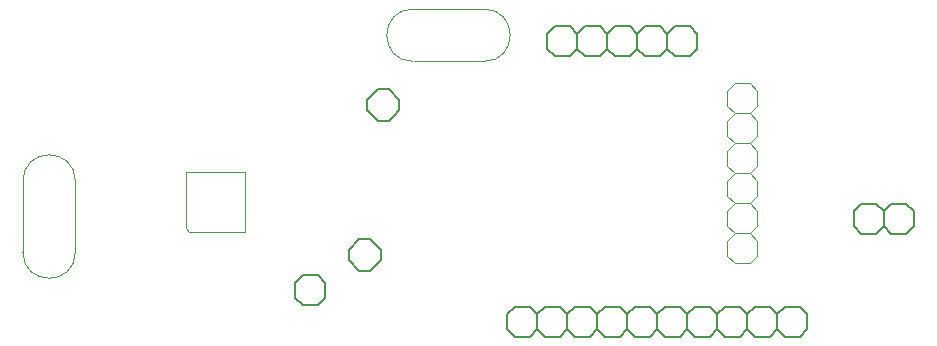
<source format=gbr>
%FSLAX34Y34*%
%MOMM*%
%LNCOPPER_BOTTOM*%
G71*
G01*
%ADD10C, 0.10*%
%ADD11C, 0.20*%
%LPD*%
G54D10*
X148112Y711108D02*
X144937Y713886D01*
X144937Y761114D01*
X194943Y761114D01*
X194943Y711108D01*
X148112Y711108D01*
G54D10*
X610060Y836688D02*
X603760Y830388D01*
X603760Y817588D01*
X610060Y811288D01*
X622860Y811288D01*
X629160Y817588D01*
X629160Y830388D01*
X622860Y836688D01*
X610060Y836688D01*
G54D10*
X610060Y811288D02*
X603760Y804988D01*
X603760Y792188D01*
X610060Y785888D01*
X622860Y785888D01*
X629160Y792188D01*
X629160Y804988D01*
X622860Y811288D01*
X610060Y811288D01*
G54D10*
X610060Y785888D02*
X603760Y779588D01*
X603760Y766788D01*
X610060Y760488D01*
X622860Y760488D01*
X629160Y766788D01*
X629160Y779588D01*
X622860Y785888D01*
X610060Y785888D01*
G54D10*
X610060Y760488D02*
X603760Y754188D01*
X603760Y741388D01*
X610060Y735088D01*
X622860Y735088D01*
X629160Y741388D01*
X629160Y754188D01*
X622860Y760488D01*
X610060Y760488D01*
G54D10*
X610060Y735088D02*
X603760Y728788D01*
X603760Y715988D01*
X610060Y709688D01*
X622860Y709688D01*
X629160Y715988D01*
X629160Y728788D01*
X622860Y735088D01*
X610060Y735088D01*
G54D10*
X610060Y709688D02*
X603760Y703388D01*
X603760Y690588D01*
X610060Y684288D01*
X622860Y684288D01*
X629160Y690588D01*
X629160Y703388D01*
X622860Y709688D01*
X610060Y709688D01*
G54D10*
X397719Y899511D02*
X337418Y899511D01*
G54D10*
G75*
G01X397619Y855111D02*
G03X397619Y899511I0J22200D01*
G01*
G54D10*
G75*
G01X337519Y899511D02*
G03X337519Y855111I0J-22200D01*
G01*
G54D10*
X398280Y855171D02*
X337980Y855171D01*
G54D11*
X480724Y647552D02*
X474324Y647552D01*
X468024Y641252D01*
X468024Y628452D01*
X474324Y622152D01*
X487124Y622152D01*
X493424Y628452D01*
X493424Y641252D01*
X487124Y647552D01*
X480724Y647552D01*
G54D11*
X506124Y647552D02*
X499724Y647552D01*
X493424Y641252D01*
X493424Y628452D01*
X499724Y622152D01*
X512524Y622152D01*
X518824Y628452D01*
X518824Y641252D01*
X512524Y647552D01*
X506124Y647552D01*
G54D11*
X531524Y647552D02*
X525124Y647552D01*
X518824Y641252D01*
X518824Y628452D01*
X525124Y622152D01*
X537924Y622152D01*
X544224Y628452D01*
X544224Y641252D01*
X537924Y647552D01*
X531524Y647552D01*
G54D11*
X556924Y647552D02*
X550524Y647552D01*
X544224Y641252D01*
X544224Y628452D01*
X550524Y622152D01*
X563324Y622152D01*
X569624Y628452D01*
X569624Y641252D01*
X563324Y647552D01*
X556924Y647552D01*
G54D11*
X582324Y647552D02*
X575924Y647552D01*
X569624Y641252D01*
X569624Y628452D01*
X575924Y622152D01*
X588725Y622152D01*
X595025Y628452D01*
X595025Y641252D01*
X588725Y647552D01*
X582324Y647552D01*
G54D11*
X607725Y647552D02*
X601325Y647552D01*
X595025Y641252D01*
X595025Y628452D01*
X601325Y622152D01*
X614125Y622152D01*
X620425Y628452D01*
X620425Y641252D01*
X614125Y647552D01*
X607725Y647552D01*
G54D11*
X633125Y647552D02*
X626725Y647552D01*
X620425Y641252D01*
X620425Y628452D01*
X626725Y622152D01*
X639525Y622152D01*
X645825Y628452D01*
X645825Y641252D01*
X639525Y647552D01*
X633125Y647552D01*
G54D11*
X658525Y647552D02*
X652125Y647552D01*
X645825Y641252D01*
X645825Y628452D01*
X652125Y622152D01*
X664925Y622152D01*
X671225Y628452D01*
X671225Y641252D01*
X664925Y647552D01*
X658525Y647552D01*
G54D11*
X429924Y647552D02*
X423524Y647552D01*
X417224Y641252D01*
X417224Y628452D01*
X423524Y622152D01*
X436324Y622152D01*
X442624Y628452D01*
X442624Y641252D01*
X436324Y647552D01*
X429924Y647552D01*
G54D11*
X455324Y647552D02*
X448924Y647552D01*
X442624Y641252D01*
X442624Y628452D01*
X448924Y622152D01*
X461724Y622152D01*
X468024Y628452D01*
X468024Y641252D01*
X461724Y647552D01*
X455324Y647552D01*
G54D11*
X480724Y647552D02*
X474324Y647552D01*
X468024Y641252D01*
X468024Y628452D01*
X474324Y622152D01*
X487124Y622152D01*
X493424Y628452D01*
X493424Y641252D01*
X487124Y647552D01*
X480724Y647552D01*
G54D11*
X464056Y884883D02*
X457656Y884883D01*
X451356Y878583D01*
X451356Y865783D01*
X457656Y859483D01*
X470456Y859483D01*
X476756Y865783D01*
X476756Y878583D01*
X470456Y884883D01*
X464056Y884883D01*
G54D11*
X489456Y884883D02*
X483056Y884883D01*
X476756Y878583D01*
X476756Y865783D01*
X483056Y859483D01*
X495856Y859483D01*
X502156Y865783D01*
X502156Y878583D01*
X495856Y884883D01*
X489456Y884883D01*
G54D11*
X514856Y884883D02*
X508456Y884883D01*
X502156Y878583D01*
X502156Y865783D01*
X508456Y859483D01*
X521256Y859483D01*
X527556Y865783D01*
X527556Y878583D01*
X521256Y884883D01*
X514856Y884883D01*
G54D11*
X540256Y884883D02*
X533856Y884883D01*
X527556Y878583D01*
X527556Y865783D01*
X533856Y859483D01*
X546656Y859483D01*
X552956Y865783D01*
X552956Y878583D01*
X546656Y884883D01*
X540256Y884883D01*
G54D11*
X565656Y884883D02*
X559256Y884883D01*
X552956Y878583D01*
X552956Y865783D01*
X559256Y859483D01*
X572056Y859483D01*
X578356Y865783D01*
X578356Y878583D01*
X572056Y884883D01*
X565656Y884883D01*
G54D11*
X305555Y700188D02*
X301030Y704714D01*
X292120Y704714D01*
X283069Y695663D01*
X283069Y686753D01*
X292120Y677702D01*
X301030Y677702D01*
X310081Y686753D01*
X310081Y695663D01*
X305555Y700188D01*
G54D11*
X250511Y673985D02*
X244111Y673985D01*
X237811Y667685D01*
X237811Y654885D01*
X244111Y648585D01*
X256911Y648585D01*
X263211Y654885D01*
X263211Y667685D01*
X256911Y673985D01*
X250511Y673985D01*
G54D11*
X321430Y809228D02*
X325955Y813753D01*
X325955Y822663D01*
X316904Y831714D01*
X307994Y831714D01*
X298944Y822663D01*
X298944Y813753D01*
X307994Y804702D01*
X316904Y804702D01*
X321430Y809228D01*
G54D10*
X7244Y753916D02*
X7243Y693615D01*
G54D10*
G75*
G01X51643Y753816D02*
G03X7243Y753816I-22200J0D01*
G01*
G54D10*
G75*
G01X7243Y693716D02*
G03X51643Y693716I22200J0D01*
G01*
G54D10*
X51584Y754477D02*
X51583Y694177D01*
G54D11*
X723185Y734671D02*
X716785Y734671D01*
X710485Y728371D01*
X710485Y715571D01*
X716785Y709271D01*
X729585Y709271D01*
X735885Y715571D01*
X735885Y728371D01*
X729585Y734671D01*
X723185Y734671D01*
G54D11*
X748585Y734671D02*
X742185Y734671D01*
X735885Y728371D01*
X735885Y715571D01*
X742185Y709271D01*
X754985Y709271D01*
X761285Y715571D01*
X761285Y728371D01*
X754985Y734671D01*
X748585Y734671D01*
M02*

</source>
